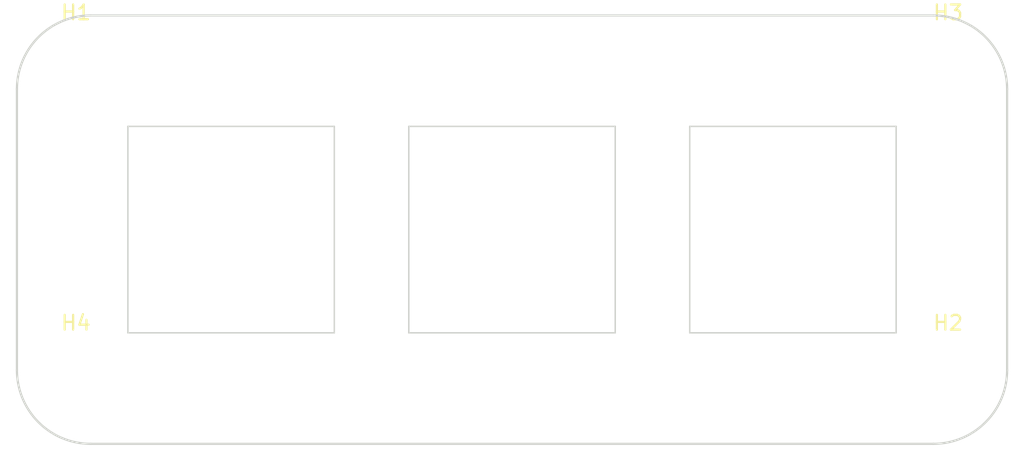
<source format=kicad_pcb>
(kicad_pcb (version 20211014) (generator pcbnew)
  (layers (0 "F.Cu" signal) (31 "B.Cu" signal) (34 "B.Paste" user) (35 "F.Paste" user) (36 "B.SilkS" user "B.Silkscreen") (37 "F.SilkS" user "F.Silkscreen") (38 "B.Mask" user) (39 "F.Mask" user) (44 "Edge.Cuts" user))
  (net 0 "")
  (footprint "MountingHole:MountingHole_3.2mm_M3" (layer "F.Cu") (at 114.026185 97.522207)
    (fp_text reference "H4" (at 0 -4.2) (layer "F.SilkS"))
    (fp_text value "MountingHole")
    (pad "" np_thru_hole circle (at 0 0) (size 3.2 3.2) (drill 3.2) (layers *.Cu *.Mask))
  )
  (footprint "MountingHole:MountingHole_3.2mm_M3" (layer "F.Cu") (at 114.0262 76.4722)
    (fp_text reference "H1" (at 0 -4.2) (layer "F.SilkS"))
    (fp_text value "MountingHole")
    (pad "" np_thru_hole circle (at 0 0) (size 3.2 3.2) (drill 3.2) (layers *.Cu *.Mask))
  )
  (footprint "MountingHole:MountingHole_3.2mm_M3" (layer "F.Cu") (at 173.1764 97.522207)
    (fp_text reference "H2" (at 0 -4.2) (layer "F.SilkS"))
    (fp_text value "MountingHole")
    (pad "" np_thru_hole circle (at 0 0) (size 3.2 3.2) (drill 3.2) (layers *.Cu *.Mask))
  )
  (footprint "MountingHole:MountingHole_3.2mm_M3" (layer "F.Cu") (at 173.1764 76.4722)
    (fp_text reference "H3" (at 0 -4.2) (layer "F.SilkS"))
    (fp_text value "MountingHole")
    (pad "" np_thru_hole circle (at 0 0) (size 3.2 3.2) (drill 3.2) (layers *.Cu *.Mask))
  )
  (gr_line (start 172.1764 101.522207) (end 115.026185 101.522207) (layer "Edge.Cuts") (width 0.15))
  (gr_line (start 150.6001 93.99626) (end 136.6008 93.99626) (layer "Edge.Cuts") (width 0.1))
  (gr_line (start 169.6501 79.9968) (end 169.6501 93.99626) (layer "Edge.Cuts") (width 0.1))
  (gr_line (start 110.026185 96.522207) (end 110.026185 77.4722) (layer "Edge.Cuts") (width 0.15))
  (gr_arc (start 115.026185 101.522207) (mid 111.490651 100.057741) (end 110.026185 96.522207) (layer "Edge.Cuts") (width 0.15))
  (gr_line (start 150.6001 79.9968) (end 150.6001 93.99626) (layer "Edge.Cuts") (width 0.1))
  (gr_line (start 155.6508 93.99626) (end 155.6508 79.9968) (layer "Edge.Cuts") (width 0.1))
  (gr_arc (start 172.1764 72.4722) (mid 175.711934 73.936666) (end 177.1764 77.4722) (layer "Edge.Cuts") (width 0.15))
  (gr_line (start 131.5503 79.9968) (end 131.5503 93.99626) (layer "Edge.Cuts") (width 0.1))
  (gr_line (start 155.6508 79.9968) (end 169.6501 79.9968) (layer "Edge.Cuts") (width 0.1))
  (gr_line (start 177.1764 77.4722) (end 177.1764 96.522207) (layer "Edge.Cuts") (width 0.15))
  (gr_arc (start 110.026185 77.4722) (mid 111.490651 73.936666) (end 115.026185 72.4722) (layer "Edge.Cuts") (width 0.15))
  (gr_line (start 117.55075 93.99626) (end 117.55075 79.9968) (layer "Edge.Cuts") (width 0.1))
  (gr_line (start 136.6008 93.99626) (end 136.6008 79.9968) (layer "Edge.Cuts") (width 0.1))
  (gr_line (start 136.6008 79.9968) (end 150.6001 79.9968) (layer "Edge.Cuts") (width 0.1))
  (gr_line (start 131.5503 93.99626) (end 117.55075 93.99626) (layer "Edge.Cuts") (width 0.1))
  (gr_line (start 169.6501 93.99626) (end 155.6508 93.99626) (layer "Edge.Cuts") (width 0.1))
  (gr_arc (start 177.1764 96.522207) (mid 175.711934 100.057741) (end 172.1764 101.522207) (layer "Edge.Cuts") (width 0.15))
  (gr_line (start 115.026185 72.4722) (end 172.1764 72.4722) (layer "Edge.Cuts") (width 0.15))
  (gr_line (start 117.55075 79.9968) (end 131.5503 79.9968) (layer "Edge.Cuts") (width 0.1))
)
</source>
